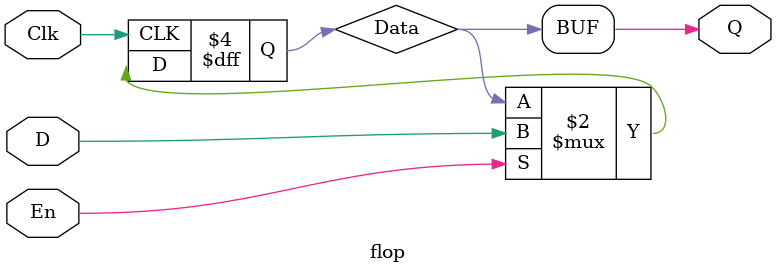
<source format=sv>
`ifndef FLOP
`define FLOP

module flop
    #(
        parameter WIDTH = 1
    )
(
    input  logic Clk,
    input  logic En,
    input  logic D,
    output logic Q
);
    logic Data;
    assign Q = Data;
    always @ (posedge Clk) begin
        if (En) Data <= D;
    end
endmodule : flop

`endif // FLOP
</source>
